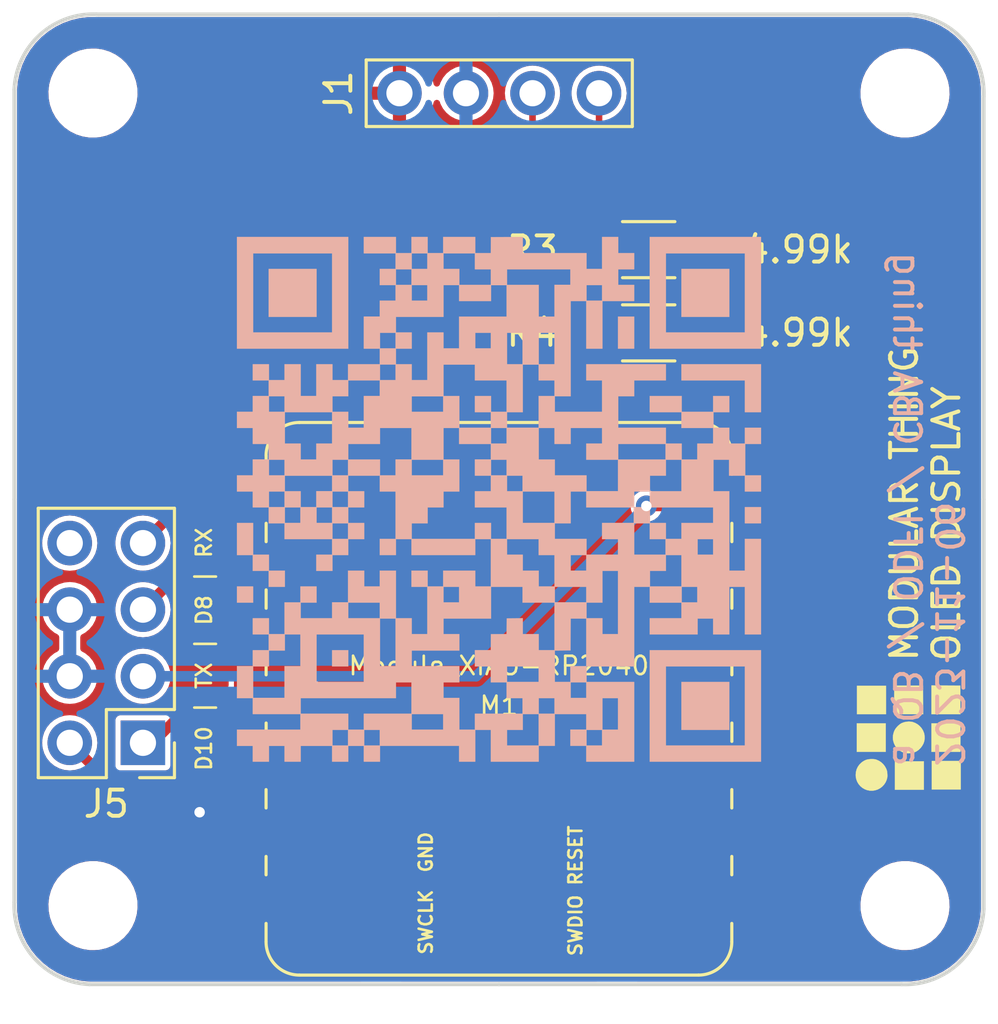
<source format=kicad_pcb>
(kicad_pcb (version 20221018) (generator pcbnew)
  (layers (0 "F.Cu" signal) (31 "B.Cu" signal) (34 "B.Paste" user) (35 "F.Paste" user) (36 "B.SilkS" user "B.Silkscreen") (37 "F.SilkS" user "F.Silkscreen") (38 "B.Mask" user) (39 "F.Mask" user) (44 "Edge.Cuts" user))
  (net 0 "")
  (net 1 "PWR_GND")
  (net 2 "B_P3")
  (net 3 "B_P2")
  (net 11 "PWR_5V")
  (net 12 "PWR_3V3")
  (net 15 "B_TX")
  (net 16 "B_RX")
  (net 18 "SDA")
  (net 19 "SCL")
  (footprint "fab:Mounting_NEMA17" (layer "F.Cu") (at 139.7 63.5)
    (fp_text reference "REF**" hide)
    (fp_text value "Mounting_NEMA17" hide)
    (pad "" np_thru_hole circle locked (at -15.5 -15.5) (size 3.2 3.2) (drill 3.2) (layers "F&B.Cu" "*.Mask"))
    (pad "" np_thru_hole circle locked (at -15.5 15.5) (size 3.2 3.2) (drill 3.2) (layers "F&B.Cu" "*.Mask"))
    (pad "" np_thru_hole circle locked (at 15.5 -15.5) (size 3.2 3.2) (drill 3.2) (layers "F&B.Cu" "*.Mask"))
    (pad "" np_thru_hole circle locked (at 15.5 15.5) (size 3.2 3.2) (drill 3.2) (layers "F&B.Cu" "*.Mask"))
  )
  (footprint "fab:SeeedStudio_XIAO_RP2040_SMD" (layer "F.Cu") (at 139.7 71.12 180)
    (fp_text reference "M1" (at 0 -0.254 unlocked) (layer "F.SilkS") (effects (font (size 0.7 0.7) (thickness 0.1))))
    (fp_text value "Module_XIAO-RP2040" (at 0.005 1.27 unlocked) (layer "F.SilkS") (effects (font (size 0.7 0.7) (thickness 0.1))))
    (fp_text user "SWCLK" (at 2.794 -8.509 90 unlocked) (layer "F.SilkS") (effects (font (size 0.5 0.5) (thickness 0.1) bold)))
    (fp_text user "GND" (at 2.794 -5.842 90 unlocked) (layer "F.SilkS") (effects (font (size 0.5 0.5) (thickness 0.1) bold)))
    (fp_text user "SWDIO" (at -2.921 -8.636 90 unlocked) (layer "F.SilkS") (effects (font (size 0.5 0.5) (thickness 0.1) bold)))
    (fp_text user "RESET" (at -2.921 -5.969 90 unlocked) (layer "F.SilkS") (effects (font (size 0.5 0.5) (thickness 0.1) bold)))
    (fp_line (start -8.89 -0.9144) (end -8.89 -1.6156) (stroke (width 0.12)) (layer "F.SilkS"))
    (fp_line (start -8.89 1.6256) (end -8.89 0.9244) (stroke (width 0.12)) (layer "F.SilkS"))
    (fp_line (start -8.89 4.1656) (end -8.89 3.4644) (stroke (width 0.12)) (layer "F.SilkS"))
    (fp_line (start -8.89 6.7056) (end -8.89 6.0044) (stroke (width 0.12)) (layer "F.SilkS"))
    (fp_line (start -8.89 9.281) (end -8.89 8.5798) (stroke (width 0.12)) (layer "F.SilkS"))
    (fp_line (start -8.8875 -8.5598) (end -8.8875 -9.261) (stroke (width 0.12)) (layer "F.SilkS"))
    (fp_line (start -8.8875 -6.7056) (end -8.8875 -6.0044) (stroke (width 0.12)) (layer "F.SilkS"))
    (fp_line (start -8.8875 -3.4544) (end -8.8875 -4.1556) (stroke (width 0.12)) (layer "F.SilkS"))
    (fp_line (start -7.6175 -10.531) (end 7.6225 -10.531) (stroke (width 0.12)) (layer "F.SilkS"))
    (fp_line (start 7.6225 10.551) (end -7.6175 10.551) (stroke (width 0.12)) (layer "F.SilkS"))
    (fp_line (start 8.89 -0.9144) (end 8.89 -1.6156) (stroke (width 0.12)) (layer "F.SilkS"))
    (fp_line (start 8.89 1.6256) (end 8.89 0.9244) (stroke (width 0.12)) (layer "F.SilkS"))
    (fp_line (start 8.89 4.1656) (end 8.89 3.4644) (stroke (width 0.12)) (layer "F.SilkS"))
    (fp_line (start 8.89 6.7056) (end 8.89 6.0044) (stroke (width 0.12)) (layer "F.SilkS"))
    (fp_line (start 8.89 9.281) (end 8.89 8.5798) (stroke (width 0.12)) (layer "F.SilkS"))
    (fp_line (start 8.8925 -8.5598) (end 8.8925 -9.261) (stroke (width 0.12)) (layer "F.SilkS"))
    (fp_line (start 8.8925 -6.7056) (end 8.8925 -6.0044) (stroke (width 0.12)) (layer "F.SilkS"))
    (fp_line (start 8.8925 -3.4544) (end 8.8925 -4.1556) (stroke (width 0.12)) (layer "F.SilkS"))
    (fp_arc (start -8.8875 -9.261) (mid -8.515526 -10.159026) (end -7.6175 -10.531) (stroke (width 0.12)) (layer "F.SilkS"))
    (fp_arc (start -7.6175 10.551) (mid -8.515526 10.179026) (end -8.8875 9.281) (stroke (width 0.12)) (layer "F.SilkS"))
    (fp_arc (start 7.6225 -10.531) (mid 8.520526 -10.159026) (end 8.8925 -9.261) (stroke (width 0.12)) (layer "F.SilkS"))
    (fp_arc (start 8.8925 9.281) (mid 8.520526 10.179026) (end 7.6225 10.551) (stroke (width 0.12)) (layer "F.SilkS"))
    (pad "1" smd rect (at -7.615 -7.62 180) (size 3 1.6) (drill (offset -1 0)) (layers "F.Cu" "F.Paste" "F.Mask"))
    (pad "2" smd rect (at -7.615 -5.08 180) (size 3 1.6) (drill (offset -1 0)) (layers "F.Cu" "F.Paste" "F.Mask"))
    (pad "3" smd rect (at -7.615 -2.54 180) (size 3 1.6) (drill (offset -1 0)) (layers "F.Cu" "F.Paste" "F.Mask"))
    (pad "4" smd rect (at -7.615 0 180) (size 3 1.6) (drill (offset -1 0)) (layers "F.Cu" "F.Paste" "F.Mask"))
    (pad "5" smd rect (at -7.615 2.54 180) (size 3 1.6) (drill (offset -1 0)) (layers "F.Cu" "F.Paste" "F.Mask") (net 18 "SDA"))
    (pad "6" smd rect (at -7.615 5.08 180) (size 3 1.6) (drill (offset -1 0)) (layers "F.Cu" "F.Paste" "F.Mask") (net 19 "SCL"))
    (pad "7" smd rect (at -7.615 7.62 180) (size 3 1.6) (drill (offset -1 0)) (layers "F.Cu" "F.Paste" "F.Mask") (net 15 "B_TX"))
    (pad "8" smd rect (at 7.62 7.62 180) (size 3 1.6) (drill (offset 1 0)) (layers "F.Cu" "F.Paste" "F.Mask") (net 16 "B_RX"))
    (pad "9" smd rect (at 7.62 5.08 180) (size 3 1.6) (drill (offset 1 0)) (layers "F.Cu" "F.Paste" "F.Mask") (net 3 "B_P2"))
    (pad "10" smd rect (at 7.62 2.54 180) (size 3 1.6) (drill (offset 1 0)) (layers "F.Cu" "F.Paste" "F.Mask"))
    (pad "11" smd rect (at 7.62 0 180) (size 3 1.6) (drill (offset 1 0)) (layers "F.Cu" "F.Paste" "F.Mask") (net 2 "B_P3"))
    (pad "12" smd rect (at 7.62 -2.54 180) (size 3 1.6) (drill (offset 1 0)) (layers "F.Cu" "F.Paste" "F.Mask") (net 12 "PWR_3V3"))
    (pad "13" smd rect (at 7.62 -5.08 180) (size 3 1.6) (drill (offset 1 0)) (layers "F.Cu" "F.Paste" "F.Mask") (net 1 "PWR_GND"))
    (pad "14" smd rect (at 7.62 -7.62 180) (size 3 1.6) (drill (offset 1 0)) (layers "F.Cu" "F.Paste" "F.Mask") (net 11 "PWR_5V"))
    (pad "15" smd rect (at 1.275 8.89 90) (size 2.4 1.2) (layers "F.Cu" "F.Paste" "F.Mask"))
    (pad "16" smd rect (at -1.265 8.89 90) (size 2.4 1.2) (layers "F.Cu" "F.Paste" "F.Mask"))
    (pad "17" smd circle (at -1.27 -8.5 180) (size 1.2 1.2) (layers "F.Cu" "F.Paste" "F.Mask"))
    (pad "18" smd circle (at -1.27 -5.96 180) (size 1.2 1.2) (layers "F.Cu" "F.Paste" "F.Mask"))
    (pad "19" smd circle (at 1.27 -5.96 180) (size 1.2 1.2) (layers "F.Cu" "F.Paste" "F.Mask"))
    (pad "20" smd circle (at 1.27 -8.5 180) (size 1.2 1.2) (layers "F.Cu" "F.Paste" "F.Mask"))
    (zone (net 0) (net_name "") (layers "F.Cu" "F.Paste" "F.Mask" "User.1") (name "USB_MECHA") (connect_pads (clearance 0)) (min_thickness 0.25)
      (keepout (tracks not_allowed) (vias not_allowed) (pads not_allowed) (copperpour not_allowed) (footprints not_allowed))
      (fill (thermal_gap 0.5) (thermal_bridge_width 0.5))
      (polygon (pts (xy 135.9 77.62) (xy 134.5 77.62) (xy 134.5 75.42) (xy 135.9 75.42)))
    )
    (zone (net 0) (net_name "") (layers "F.Cu" "F.Paste" "F.Mask" "User.1") (name "USB_MECHA") (connect_pads (clearance 0)) (min_thickness 0.25)
      (keepout (tracks not_allowed) (vias not_allowed) (pads not_allowed) (copperpour not_allowed) (footprints not_allowed))
      (fill (thermal_gap 0.5) (thermal_bridge_width 0.5))
      (polygon (pts (xy 135.9 81.67) (xy 134.5 81.67) (xy 134.5 79.62) (xy 135.9 79.62)))
    )
    (zone (net 0) (net_name "") (layers "F.Cu" "F.Paste" "F.Mask" "User.1") (name "USB_MECHA") (connect_pads (clearance 0)) (min_thickness 0.25)
      (keepout (tracks not_allowed) (vias not_allowed) (pads not_allowed) (copperpour not_allowed) (footprints not_allowed))
      (fill (thermal_gap 0.5) (thermal_bridge_width 0.5))
      (polygon (pts (xy 144.9 77.62) (xy 143.5 77.62) (xy 143.5 75.42) (xy 144.9 75.42)))
    )
    (zone (net 0) (net_name "") (layers "F.Cu" "F.Paste" "F.Mask" "User.1") (name "USB_MECHA") (connect_pads (clearance 0)) (min_thickness 0.25)
      (keepout (tracks not_allowed) (vias not_allowed) (pads not_allowed) (copperpour not_allowed) (footprints not_allowed))
      (fill (thermal_gap 0.5) (thermal_bridge_width 0.5))
      (polygon (pts (xy 144.9 81.67) (xy 143.5 81.67) (xy 143.5 79.62) (xy 144.9 79.62)))
    )
  )
  (footprint "fab:PinHeader_2x04_P2.54mm_Vertical_pinch" (layer "F.Cu") (at 125.98 72.79 180)
    (fp_text reference "J5" (at 1.27 -2.33) (layer "F.SilkS"))
    (fp_text value "Conn_02x04_Odd_Even" hide)
    (fp_line (start -1.33 -1.33) (end 0 -1.33) (stroke (width 0.12)) (layer "F.SilkS"))
    (fp_line (start -1.33 0) (end -1.33 -1.33) (stroke (width 0.12)) (layer "F.SilkS"))
    (fp_line (start -1.33 1.27) (end -1.33 8.95) (stroke (width 0.12)) (layer "F.SilkS"))
    (fp_line (start -1.33 1.27) (end 1.27 1.27) (stroke (width 0.12)) (layer "F.SilkS"))
    (fp_line (start -1.33 8.95) (end 3.87 8.95) (stroke (width 0.12)) (layer "F.SilkS"))
    (fp_line (start 1.27 -1.33) (end 3.87 -1.33) (stroke (width 0.12)) (layer "F.SilkS"))
    (fp_line (start 1.27 1.27) (end 1.27 -1.33) (stroke (width 0.12)) (layer "F.SilkS"))
    (fp_line (start 3.87 -1.33) (end 3.87 8.95) (stroke (width 0.12)) (layer "F.SilkS"))
    (pad "1" thru_hole rect (at -0.127 0 180) (size 1.7 1.7) (drill 1) (layers "*.Cu" "*.Mask") (net 2 "B_P3"))
    (pad "2" thru_hole oval (at 2.667 0 180) (size 1.7 1.7) (drill 1) (layers "*.Cu" "*.Mask") (net 11 "PWR_5V"))
    (pad "3" thru_hole oval (at -0.127 2.54 180) (size 1.7 1.7) (drill 1) (layers "*.Cu" "*.Mask") (net 15 "B_TX"))
    (pad "4" thru_hole oval (at 2.667 2.54 180) (size 1.7 1.7) (drill 1) (layers "*.Cu" "*.Mask") (net 1 "PWR_GND"))
    (pad "5" thru_hole oval (at -0.127 5.08 180) (size 1.7 1.7) (drill 1) (layers "*.Cu" "*.Mask") (net 3 "B_P2"))
    (pad "6" thru_hole oval (at 2.667 5.08 180) (size 1.7 1.7) (drill 1) (layers "*.Cu" "*.Mask") (net 1 "PWR_GND"))
    (pad "7" thru_hole oval (at -0.127 7.62 180) (size 1.7 1.7) (drill 1) (layers "*.Cu" "*.Mask") (net 16 "B_RX"))
    (pad "8" thru_hole oval (at 2.667 7.62 180) (size 1.7 1.7) (drill 1) (layers "*.Cu" "*.Mask"))
  )
  (footprint "fab:PinHeader_1x04_P2.54mm_Vertical_THT_D1mm" (layer "F.Cu") (at 135.9 48.006 90)
    (fp_text reference "J1" (at 0 -2.33 90) (layer "F.SilkS"))
    (fp_text value "Conn_PinHeader_1x04_P2.54mm_Vertical_THT_D1mm" hide)
    (fp_line (start -1.27 -1.27) (end -1.27 8.89) (stroke (width 0.12)) (layer "F.SilkS"))
    (fp_line (start -1.27 -1.27) (end 1.27 -1.27) (stroke (width 0.12)) (layer "F.SilkS"))
    (fp_line (start -1.27 8.89) (end 1.27 8.89) (stroke (width 0.12)) (layer "F.SilkS"))
    (fp_line (start 1.27 -1.27) (end 1.27 8.89) (stroke (width 0.12)) (layer "F.SilkS"))
    (pad "1" thru_hole oval (at 0 0 90) (size 1.7 1.7) (drill 1) (layers "*.Cu" "*.Mask") (net 12 "PWR_3V3"))
    (pad "2" thru_hole oval (at 0 2.54 90) (size 1.7 1.7) (drill 1) (layers "*.Cu" "*.Mask") (net 1 "PWR_GND"))
    (pad "3" thru_hole oval (at 0 5.08 90) (size 1.7 1.7) (drill 1) (layers "*.Cu" "*.Mask") (net 19 "SCL"))
    (pad "4" thru_hole oval (at 0 7.62 90) (size 1.7 1.7) (drill 1) (layers "*.Cu" "*.Mask") (net 18 "SDA"))
  )
  (footprint "fab:R_1206" (layer "F.Cu") (at 145.415 53.975 180)
    (fp_text reference "R3" (at 4.445 0) (layer "F.SilkS"))
    (fp_text value "4.99k" (at -5.715 0) (layer "F.SilkS"))
    (fp_line (start -1 -1.07) (end 1 -1.07) (stroke (width 0.12)) (layer "F.SilkS"))
    (fp_line (start 1 1.07) (end -1 1.07) (stroke (width 0.12)) (layer "F.SilkS"))
    (pad "1" smd rect (at -2 0 180) (size 2 1.7) (layers "F.Cu" "F.Paste" "F.Mask") (net 12 "PWR_3V3"))
    (pad "2" smd rect (at 2 0 180) (size 2 1.7) (layers "F.Cu" "F.Paste" "F.Mask") (net 19 "SCL"))
  )
  (footprint "fab:cba_logo" (layer "F.Cu") (at 155.235031 72.459436 90)
    (fp_text reference "Ref**" hide)
    (fp_text value "Val**" hide)
    (fp_poly (pts (xy -1.035539 0.683846) (xy -2.119923 0.683846) (xy -2.119923 -0.420077) (xy -1.035539 -0.420077) (xy -1.035539 0.683846)) (stroke (width 0.01)) (fill solid) (layer "F.SilkS"))
    (fp_poly (pts (xy -1.02577 2.090615) (xy -2.110154 2.090615) (xy -2.110154 0.986692) (xy -1.02577 0.986692) (xy -1.02577 2.090615)) (stroke (width 0.01)) (fill solid) (layer "F.SilkS"))
    (fp_poly (pts (xy 0.410307 -0.77177) (xy -0.674077 -0.77177) (xy -0.674077 -1.875693) (xy 0.410307 -1.875693) (xy 0.410307 -0.77177)) (stroke (width 0.01)) (fill solid) (layer "F.SilkS"))
    (fp_poly (pts (xy 0.410307 2.080846) (xy -0.674077 2.080846) (xy -0.674077 0.976923) (xy 0.410307 0.976923) (xy 0.410307 2.080846)) (stroke (width 0.01)) (fill solid) (layer "F.SilkS"))
    (fp_poly (pts (xy 1.846384 -0.762) (xy 0.762 -0.762) (xy 0.762 -1.865923) (xy 1.846384 -1.865923) (xy 1.846384 -0.762)) (stroke (width 0.01)) (fill solid) (layer "F.SilkS"))
    (fp_poly (pts (xy 1.306634 -0.447025) (xy 1.851269 -0.4445) (xy 1.851269 0.649654) (xy 1.306634 0.652178) (xy 0.762 0.654702) (xy 0.762 -0.449549) (xy 1.306634 -0.447025)) (stroke (width 0.01)) (fill solid) (layer "F.SilkS"))
    (fp_poly (pts (xy 1.853793 1.526442) (xy 1.851269 2.075961) (xy 1.306634 2.078486) (xy 0.762 2.08101) (xy 0.762 0.976923) (xy 1.856316 0.976923) (xy 1.853793 1.526442)) (stroke (width 0.01)) (fill solid) (layer "F.SilkS"))
    (fp_poly (pts (xy -0.027594 -0.488456) (xy 0.077413 -0.461512) (xy 0.144669 -0.433755) (xy 0.20451 -0.398305) (xy 0.266002 -0.350078) (xy 0.324369 -0.293761) (xy 0.374838 -0.234044) (xy 0.412635 -0.175615) (xy 0.417742 -0.165561) (xy 0.451366 -0.077559) (xy 0.4721 0.01787) (xy 0.47931 0.115021) (xy 0.472361 0.20819) (xy 0.463891 0.249505) (xy 0.428741 0.349184) (xy 0.376966 0.441105) (xy 0.31063 0.523203) (xy 0.231801 0.593412) (xy 0.142544 0.649666) (xy 0.044923 0.6899) (xy 0.015043 0.698353) (xy -0.035395 0.706964) (xy -0.097099 0.711312) (xy -0.16232 0.711367) (xy -0.223309 0.707101) (xy -0.268654 0.699425) (xy -0.359662 0.667708) (xy -0.447212 0.619718) (xy -0.527704 0.55836) (xy -0.597539 0.486537) (xy -0.653117 0.407155) (xy -0.669595 0.375932) (xy -0.707633 0.275842) (xy -0.727671 0.173482) (xy -0.73034 0.071011) (xy -0.716273 -0.029412) (xy -0.686101 -0.125627) (xy -0.640457 -0.215473) (xy -0.579972 -0.296793) (xy -0.505278 -0.367425) (xy -0.438752 -0.413009) (xy -0.341622 -0.4592) (xy -0.239276 -0.487223) (xy -0.133878 -0.497) (xy -0.027594 -0.488456)) (stroke (width 0.01)) (fill solid) (layer "F.SilkS"))
    (fp_poly (pts (xy -1.443678 -1.907812) (xy -1.340482 -1.880233) (xy -1.245195 -1.835411) (xy -1.159291 -1.774131) (xy -1.084246 -1.697181) (xy -1.047616 -1.647692) (xy -1.006623 -1.578729) (xy -0.97832 -1.511231) (xy -0.961095 -1.439539) (xy -0.953336 -1.357995) (xy -0.9525 -1.313962) (xy -0.953208 -1.257758) (xy -0.955849 -1.214841) (xy -0.961205 -1.178991) (xy -0.970055 -1.143992) (xy -0.976334 -1.123953) (xy -1.016905 -1.030516) (xy -1.073892 -0.944372) (xy -1.144792 -0.867928) (xy -1.227101 -0.803593) (xy -1.318317 -0.753778) (xy -1.387231 -0.728508) (xy -1.426509 -0.719984) (xy -1.477194 -0.713168) (xy -1.532184 -0.7086) (xy -1.58438 -0.70682) (xy -1.62668 -0.708368) (xy -1.636346 -0.709557) (xy -1.74056 -0.73508) (xy -1.83672 -0.777211) (xy -1.923254 -0.834238) (xy -1.99859 -0.904448) (xy -2.061155 -0.986127) (xy -2.109377 -1.077564) (xy -2.141683 -1.177044) (xy -2.156093 -1.275716) (xy -2.153584 -1.382159) (xy -2.133399 -1.483428) (xy -2.097033 -1.577929) (xy -2.045984 -1.664069) (xy -1.981749 -1.740255) (xy -1.905824 -1.804893) (xy -1.819706 -1.85639) (xy -1.724891 -1.893153) (xy -1.622877 -1.913588) (xy -1.553308 -1.917361) (xy -1.443678 -1.907812)) (stroke (width 0.01)) (fill solid) (layer "F.SilkS"))
  )
  (footprint "fab:R_1206" (layer "F.Cu") (at 145.415 57.15 180)
    (fp_text reference "R4" (at 4.445 0) (layer "F.SilkS"))
    (fp_text value "4.99k" (at -5.715 0) (layer "F.SilkS"))
    (fp_line (start -1 -1.07) (end 1 -1.07) (stroke (width 0.12)) (layer "F.SilkS"))
    (fp_line (start 1 1.07) (end -1 1.07) (stroke (width 0.12)) (layer "F.SilkS"))
    (pad "1" smd rect (at -2 0 180) (size 2 1.7) (layers "F.Cu" "F.Paste" "F.Mask") (net 12 "PWR_3V3"))
    (pad "2" smd rect (at 2 0 180) (size 2 1.7) (layers "F.Cu" "F.Paste" "F.Mask") (net 18 "SDA"))
  )
  (footprint "fab:qr_programmer" (layer "B.Cu") (at 139.690231 63.163036 180)
    (fp_text reference "Ref**" hide)
    (fp_text value "Val**" hide)
    (fp_poly (pts (xy -9.398 -1.250461) (xy -10.013462 -1.250461) (xy -10.013462 -0.635) (xy -9.398 -0.635) (xy -9.398 -1.250461)) (stroke (width 0.01)) (fill solid) (layer "B.SilkS"))
    (fp_poly (pts (xy -6.975231 -9.134231) (xy -8.802077 -9.134231) (xy -8.802077 -7.307384) (xy -6.975231 -7.307384) (xy -6.975231 -9.134231)) (stroke (width 0.01)) (fill solid) (layer "B.SilkS"))
    (fp_poly (pts (xy -6.975231 6.623539) (xy -8.802077 6.623539) (xy -8.802077 8.450385) (xy -6.975231 8.450385) (xy -6.975231 6.623539)) (stroke (width 0.01)) (fill solid) (layer "B.SilkS"))
    (fp_poly (pts (xy -4.552462 5.412154) (xy -5.167923 5.412154) (xy -5.167923 6.633308) (xy -4.552462 6.633308) (xy -4.552462 5.412154)) (stroke (width 0.01)) (fill solid) (layer "B.SilkS"))
    (fp_poly (pts (xy 6.359769 -6.711461) (xy 5.744307 -6.711461) (xy 5.744307 -6.096) (xy 6.359769 -6.096) (xy 6.359769 -6.711461)) (stroke (width 0.01)) (fill solid) (layer "B.SilkS"))
    (fp_poly (pts (xy 8.782538 6.623539) (xy 6.955692 6.623539) (xy 6.955692 8.450385) (xy 8.782538 8.450385) (xy 8.782538 6.623539)) (stroke (width 0.01)) (fill solid) (layer "B.SilkS"))
    (fp_poly (pts (xy 9.993923 -4.278923) (xy 9.378461 -4.278923) (xy 9.378461 -3.663461) (xy 9.993923 -3.663461) (xy 9.993923 -4.278923)) (stroke (width 0.01)) (fill solid) (layer "B.SilkS"))
    (fp_poly (pts (xy -6.975231 4.200769) (xy -9.398 4.200769) (xy -9.398 2.989385) (xy -10.013462 2.989385) (xy -10.013462 4.816231) (xy -6.975231 4.816231) (xy -6.975231 4.200769)) (stroke (width 0.01)) (fill solid) (layer "B.SilkS"))
    (fp_poly (pts (xy -5.763846 -10.345615) (xy -10.013462 -10.345615) (xy -10.013462 -6.711461) (xy -9.398 -6.711461) (xy -9.398 -9.730154) (xy -6.379308 -9.730154) (xy -6.379308 -6.711461) (xy -9.398 -6.711461) (xy -10.013462 -6.711461) (xy -10.013462 -6.096) (xy -5.763846 -6.096) (xy -5.763846 -10.345615)) (stroke (width 0.01)) (fill solid) (layer "B.SilkS"))
    (fp_poly (pts (xy -5.763846 5.412154) (xy -10.013462 5.412154) (xy -10.013462 9.046308) (xy -9.398 9.046308) (xy -9.398 6.027616) (xy -6.379308 6.027616) (xy -6.379308 9.046308) (xy -9.398 9.046308) (xy -10.013462 9.046308) (xy -10.013462 9.671539) (xy -5.763846 9.671539) (xy -5.763846 5.412154)) (stroke (width 0.01)) (fill solid) (layer "B.SilkS"))
    (fp_poly (pts (xy 9.993923 5.412154) (xy 5.744307 5.412154) (xy 5.744307 9.046308) (xy 6.359769 9.046308) (xy 6.359769 6.027616) (xy 9.378461 6.027616) (xy 9.378461 9.046308) (xy 6.359769 9.046308) (xy 5.744307 9.046308) (xy 5.744307 9.671539) (xy 9.993923 9.671539) (xy 9.993923 5.412154)) (stroke (width 0.01)) (fill solid) (layer "B.SilkS"))
    (fp_poly (pts (xy 9.993923 -2.461846) (xy 9.388231 -2.461846) (xy 9.388231 -3.067538) (xy 8.782538 -3.067538) (xy 8.782538 -3.673231) (xy 8.167077 -3.673231) (xy 8.167077 -3.057769) (xy 8.772769 -3.057769) (xy 8.772769 -2.452077) (xy 9.378461 -2.452077) (xy 9.378461 -1.240692) (xy 9.993923 -1.240692) (xy 9.993923 -2.461846)) (stroke (width 0.01)) (fill solid) (layer "B.SilkS"))
    (fp_poly (pts (xy -0.310173 9.66917) (xy 0.297961 9.666654) (xy 0.300543 9.361366) (xy 0.303124 9.056077) (xy 0.898769 9.056077) (xy 0.898769 9.671539) (xy 2.119923 9.671539) (xy 2.119923 9.056077) (xy 2.715846 9.056077) (xy 2.715846 9.671539) (xy 3.331307 9.671539) (xy 3.331307 9.056077) (xy 3.927231 9.056077) (xy 3.927231 9.671539) (xy 5.148384 9.671539) (xy 5.148384 9.046308) (xy 3.937 9.046308) (xy 3.937 8.450385) (xy 4.542692 8.450385) (xy 4.542692 7.834923) (xy 3.937 7.834923) (xy 3.937 7.239) (xy 4.542692 7.239) (xy 4.542692 6.633308) (xy 5.148384 6.633308) (xy 5.148384 5.412154) (xy 4.542692 5.412154) (xy 4.542692 4.816231) (xy 5.754077 4.816231) (xy 5.754077 4.210539) (xy 6.35 4.210539) (xy 6.35 4.816231) (xy 6.965461 4.816231) (xy 6.965461 3.604846) (xy 7.561384 3.604846) (xy 7.561384 4.816231) (xy 8.176846 4.816231) (xy 8.176846 4.210539) (xy 8.772769 4.210539) (xy 8.772769 4.816231) (xy 9.388231 4.816231) (xy 9.388231 4.200769) (xy 8.782538 4.200769) (xy 8.782538 3.604846) (xy 9.388231 3.604846) (xy 9.388231 2.999154) (xy 9.993923 2.999154) (xy 9.993923 2.383693) (xy 9.388231 2.383693) (xy 9.388231 1.778) (xy 8.782538 1.778) (xy 8.782538 1.182077) (xy 9.388231 1.182077) (xy 9.388231 0.576385) (xy 9.993923 0.576385) (xy 9.993923 -0.039077) (xy 9.388231 -0.039077) (xy 9.388231 -0.644769) (xy 8.782538 -0.644769) (xy 8.782538 -1.250461) (xy 8.176846 -1.250461) (xy 8.176846 -1.856154) (xy 6.359769 -1.856154) (xy 6.359769 -2.452077) (xy 6.965461 -2.452077) (xy 6.965461 -3.067538) (xy 6.35 -3.067538) (xy 6.35 -2.461846) (xy 5.744307 -2.461846) (xy 5.744307 -1.856154) (xy 5.138615 -1.856154) (xy 5.138615 -1.250461) (xy 5.754077 -1.250461) (xy 5.754077 -1.846384) (xy 6.35 -1.846384) (xy 6.35 -1.250461) (xy 5.754077 -1.250461) (xy 5.138615 -1.250461) (xy 5.138615 -1.240692) (xy 5.744307 -1.240692) (xy 5.744307 -0.644769) (xy 6.359769 -0.644769) (xy 6.359769 -1.240692) (xy 6.955692 -1.240692) (xy 6.955692 -0.644769) (xy 7.571154 -0.644769) (xy 7.571154 -1.240692) (xy 8.167077 -1.240692) (xy 8.167077 -0.644769) (xy 7.571154 -0.644769) (xy 6.955692 -0.644769) (xy 6.359769 -0.644769) (xy 5.744307 -0.644769) (xy 5.138615 -0.644769) (xy 5.138615 -0.039077) (xy 5.754077 -0.039077) (xy 5.754077 -0.635) (xy 6.35 -0.635) (xy 6.35 -0.039077) (xy 5.754077 -0.039077) (xy 5.138615 -0.039077) (xy 5.138615 -0.029307) (xy 5.744307 -0.029307) (xy 5.744307 0.566616) (xy 6.359769 0.566616) (xy 6.359769 -0.029307) (xy 6.965461 -0.029307) (xy 6.965461 -0.635) (xy 7.561384 -0.635) (xy 7.561384 -0.039077) (xy 8.176846 -0.039077) (xy 8.176846 -0.635) (xy 8.772769 -0.635) (xy 8.772769 -0.039077) (xy 8.176846 -0.039077) (xy 7.561384 -0.039077) (xy 7.561384 -0.029307) (xy 8.167077 -0.029307) (xy 8.167077 0.566616) (xy 6.359769 0.566616) (xy 5.744307 0.566616) (xy 4.542692 0.566616) (xy 4.542692 -0.039077) (xy 3.937 -0.039077) (xy 3.937 -1.846384) (xy 4.542692 -1.846384) (xy 4.542692 -2.461846) (xy 3.927231 -2.461846) (xy 3.927231 -1.856154) (xy 3.331307 -1.856154) (xy 3.331307 -2.461846) (xy 0.898769 -2.461846) (xy 0.898769 -1.856154) (xy 0.302846 -1.856154) (xy 0.302846 -3.663461) (xy 0.898769 -3.663461) (xy 0.898769 -3.057769) (xy 2.119923 -3.057769) (xy 2.119923 -3.663461) (xy 2.715846 -3.663461) (xy 2.715846 -3.057769) (xy 3.331307 -3.057769) (xy 3.331307 -3.673231) (xy 2.725615 -3.673231) (xy 2.725615 -5.480538) (xy 3.321538 -5.480538) (xy 3.321538 -4.884615) (xy 3.937 -4.884615) (xy 3.937 -6.701692) (xy 4.532923 -6.701692) (xy 4.532923 -5.490307) (xy 5.148384 -5.490307) (xy 5.148384 -7.307384) (xy 6.955692 -7.307384) (xy 6.955692 -5.490307) (xy 7.571154 -5.490307) (xy 7.571154 -6.701692) (xy 8.176846 -6.701692) (xy 8.176846 -7.913077) (xy 9.378461 -7.913077) (xy 9.378461 -6.711461) (xy 8.772769 -6.711461) (xy 8.772769 -6.105769) (xy 8.167077 -6.105769) (xy 8.167077 -5.490307) (xy 7.571154 -5.490307) (xy 6.955692 -5.490307) (xy 5.148384 -5.490307) (xy 4.532923 -5.490307) (xy 4.532923 -4.884615) (xy 3.937 -4.884615) (xy 3.321538 -4.884615) (xy 3.321538 -4.874846) (xy 3.927231 -4.874846) (xy 3.927231 -4.278923) (xy 4.542692 -4.278923) (xy 4.542692 -4.874846) (xy 5.744307 -4.874846) (xy 5.744307 -4.278923) (xy 4.542692 -4.278923) (xy 3.927231 -4.278923) (xy 3.927231 -3.057769) (xy 4.542692 -3.057769) (xy 4.542692 -3.663461) (xy 5.138615 -3.663461) (xy 5.138615 -3.057769) (xy 5.754077 -3.057769) (xy 5.754077 -4.269154) (xy 6.359769 -4.269154) (xy 6.359769 -4.874846) (xy 7.561384 -4.874846) (xy 7.561384 -4.278923) (xy 6.955692 -4.278923) (xy 6.955692 -3.663461) (xy 7.571154 -3.663461) (xy 7.571154 -4.269154) (xy 8.176846 -4.269154) (xy 8.176846 -5.480538) (xy 8.772769 -5.480538) (xy 8.772769 -4.874846) (xy 9.388231 -4.874846) (xy 9.388231 -5.490307) (xy 8.782538 -5.490307) (xy 8.782538 -6.096) (xy 9.388231 -6.096) (xy 9.388231 -6.701692) (xy 9.993923 -6.701692) (xy 9.993923 -7.922846) (xy 9.388231 -7.922846) (xy 9.388231 -8.528538) (xy 7.571154 -8.528538) (xy 7.571154 -9.124461) (xy 9.993923 -9.124461) (xy 9.993923 -9.739923) (xy 9.388231 -9.739923) (xy 9.388231 -10.345615) (xy 8.772769 -10.345615) (xy 8.772769 -9.739923) (xy 8.176846 -9.739923) (xy 8.176846 -10.345615) (xy 7.561384 -10.345615) (xy 7.561384 -9.739923) (xy 6.359769 -9.739923) (xy 6.359769 -10.345615) (xy 5.744307 -10.345615) (xy 5.744307 -9.739923) (xy 5.148384 -9.739923) (xy 5.148384 -10.345615) (xy 4.532923 -10.345615) (xy 4.532923 -9.739923) (xy 1.514231 -9.739923) (xy 1.514231 -10.345615) (xy 0.898769 -10.345615) (xy 0.898769 -9.134231) (xy 4.542692 -9.134231) (xy 4.542692 -9.730154) (xy 5.138615 -9.730154) (xy 5.138615 -9.134231) (xy 5.754077 -9.134231) (xy 5.754077 -9.730154) (xy 6.35 -9.730154) (xy 6.35 -9.134231) (xy 5.754077 -9.134231) (xy 5.138615 -9.134231) (xy 4.542692 -9.134231) (xy 0.898769 -9.134231) (xy 0.302846 -9.134231) (xy 0.302846 -10.345615) (xy -1.524 -10.345615) (xy -1.524 -9.739923) (xy -2.139462 -9.739923) (xy -2.139462 -8.528538) (xy -1.524 -8.528538) (xy -1.524 -9.730154) (xy -0.312616 -9.730154) (xy -0.312616 -9.134231) (xy -0.918308 -9.134231) (xy -0.918308 -8.528538) (xy -1.524 -8.528538) (xy -2.139462 -8.528538) (xy -3.341077 -8.528538) (xy -3.341077 -9.124461) (xy -2.735385 -9.124461) (xy -2.735385 -9.739923) (xy -3.341077 -9.739923) (xy -3.341077 -10.345615) (xy -5.167923 -10.345615) (xy -5.167923 -9.134231) (xy -3.946769 -9.134231) (xy -3.946769 -9.730154) (xy -3.350846 -9.730154) (xy -3.350846 -9.134231) (xy -3.946769 -9.134231) (xy -5.167923 -9.134231) (xy -5.167923 -7.922846) (xy -4.552462 -7.922846) (xy -4.552462 -9.124461) (xy -3.956539 -9.124461) (xy -3.956539 -7.922846) (xy -2.129693 -7.922846) (xy -2.129693 -8.518769) (xy -1.524 -8.518769) (xy -1.524 -7.922846) (xy -2.129693 -7.922846) (xy -3.956539 -7.922846) (xy -4.552462 -7.922846) (xy -5.167923 -7.922846) (xy -5.167923 -7.317154) (xy -3.341077 -7.317154) (xy -3.341077 -7.913077) (xy -2.745154 -7.913077) (xy -2.745154 -7.317154) (xy -3.341077 -7.317154) (xy -5.167923 -7.317154) (xy -5.167923 -7.307384) (xy -3.350846 -7.307384) (xy -3.350846 -6.711461) (xy -5.167923 -6.711461) (xy -5.167923 -3.673231) (xy -5.763846 -3.673231) (xy -5.763846 -4.278923) (xy -6.975231 -4.278923) (xy -6.975231 -4.874846) (xy -5.763846 -4.874846) (xy -5.763846 -5.490307) (xy -7.590693 -5.490307) (xy -7.590693 -4.884615) (xy -8.186616 -4.884615) (xy -8.186616 -5.490307) (xy -8.802077 -5.490307) (xy -8.802077 -3.673231) (xy -7.580923 -3.673231) (xy -7.580923 -4.269154) (xy -6.985 -4.269154) (xy -6.985 -3.673231) (xy -7.580923 -3.673231) (xy -8.802077 -3.673231) (xy -9.398 -3.673231) (xy -9.398 -5.490307) (xy -10.013462 -5.490307) (xy -10.013462 -1.846384) (xy -9.398 -1.846384) (xy -9.398 -3.057769) (xy -8.802077 -3.057769) (xy -8.802077 -2.461846) (xy -6.975231 -2.461846) (xy -6.975231 -3.663461) (xy -5.773616 -3.663461) (xy -5.773616 -3.067538) (xy -4.552462 -3.067538) (xy -4.552462 -5.480538) (xy -3.956539 -5.480538) (xy -3.956539 -4.884615) (xy -3.341077 -4.884615) (xy -3.341077 -6.701692) (xy -2.735385 -6.701692) (xy -2.735385 -7.307384) (xy -2.139462 -7.307384) (xy -2.139462 -6.711461) (xy -1.524 -6.711461) (xy -1.524 -7.307384) (xy -0.312616 -7.307384) (xy -0.312616 -6.711461) (xy -1.524 -6.711461) (xy -2.139462 -6.711461) (xy -2.139462 -6.106051) (xy -2.439866 -6.103468) (xy -2.740269 -6.100884) (xy -2.742786 -5.49275) (xy -2.745302 -4.884615) (xy -3.341077 -4.884615) (xy -3.956539 -4.884615) (xy -3.956539 -4.874846) (xy -3.350846 -4.874846) (xy -3.350846 -4.278923) (xy -2.129693 -4.278923) (xy -2.129693 -6.096) (xy -1.524 -6.096) (xy -1.524 -5.480538) (xy -0.918308 -5.480538) (xy -0.918308 -4.874568) (xy -0.613019 -4.877149) (xy -0.307731 -4.879731) (xy -0.305148 -5.179993) (xy -0.302564 -5.480256) (xy -0.002302 -5.48284) (xy 0.297961 -5.485423) (xy 0.300543 -5.790711) (xy 0.303124 -6.096) (xy 0.908538 -6.096) (xy 0.908538 -6.711461) (xy 0.302846 -6.711461) (xy 0.302846 -7.317154) (xy -0.302846 -7.317154) (xy -0.302846 -7.922846) (xy -0.908539 -7.922846) (xy -0.908539 -8.518769) (xy 0.908538 -8.518769) (xy 0.908538 -9.124461) (xy 1.504461 -9.124461) (xy 1.504461 -8.528538) (xy 2.119923 -8.528538) (xy 2.119923 -9.124461) (xy 3.321538 -9.124461) (xy 3.321538 -8.528538) (xy 2.119923 -8.528538) (xy 1.504461 -8.528538) (xy 1.504461 -7.913077) (xy 2.110154 -7.913077) (xy 2.110154 -7.317154) (xy 3.331307 -7.317154) (xy 3.331307 -8.518769) (xy 5.148384 -8.518769) (xy 5.148384 -9.124461) (xy 5.744307 -9.124461) (xy 5.744307 -8.518769) (xy 7.561384 -8.518769) (xy 7.561384 -7.922846) (xy 3.927231 -7.922846) (xy 3.927231 -7.317154) (xy 3.331307 -7.317154) (xy 2.110154 -7.317154) (xy 1.504461 -7.317154) (xy 1.504461 -6.701692) (xy 3.321538 -6.701692) (xy 3.321538 -6.105769) (xy 1.504461 -6.105769) (xy 1.504461 -5.480538) (xy 2.110154 -5.480538) (xy 2.110154 -4.884615) (xy 0.293077 -4.884615) (xy 0.293077 -3.673231) (xy 1.514231 -3.673231) (xy 1.514231 -4.269154) (xy 2.110154 -4.269154) (xy 2.110154 -3.673231) (xy 1.514231 -3.673231) (xy 0.293077 -3.673231) (xy -0.908539 -3.673231) (xy -0.908539 -4.278923) (xy -2.129693 -4.278923) (xy -3.350846 -4.278923) (xy -3.956539 -4.278923) (xy -3.956539 -3.673231) (xy -3.341077 -3.673231) (xy -3.341077 -4.269154) (xy -2.139462 -4.269154) (xy -2.139462 -3.673231) (xy -3.341077 -3.673231) (xy -3.956539 -3.673231) (xy -3.956539 -3.067538) (xy -4.552462 -3.067538) (xy -5.773616 -3.067538) (xy -6.379308 -3.067538) (xy -6.379308 -2.461846) (xy -3.341077 -2.461846) (xy -3.341077 -3.057769) (xy -2.745154 -3.057769) (xy -2.745154 -2.461846) (xy -2.129693 -2.461846) (xy -2.129693 -3.663461) (xy -1.524 -3.663461) (xy -1.524 -3.057769) (xy -0.918308 -3.057769) (xy -0.918308 -2.452077) (xy -0.312616 -2.452077) (xy -0.312616 -1.856154) (xy -1.524 -1.856154) (xy -1.524 -2.461846) (xy -2.129693 -2.461846) (xy -2.745154 -2.461846) (xy -3.341077 -2.461846) (xy -6.379308 -2.461846) (xy -6.975231 -2.461846) (xy -8.802077 -2.461846) (xy -8.802077 -1.856154) (xy -8.186616 -1.856154) (xy -8.186616 -2.452077) (xy -7.590693 -2.452077) (xy -7.590693 -1.856154) (xy -6.369539 -1.856154) (xy -6.369539 -2.452077) (xy -5.167923 -2.452077) (xy -5.167923 -1.250461) (xy -5.763846 -1.250461) (xy -5.763846 -1.856154) (xy -6.369539 -1.856154) (xy -7.590693 -1.856154) (xy -8.186616 -1.856154) (xy -8.802077 -1.856154) (xy -8.802077 -0.644769) (xy -8.186616 -0.644769) (xy -8.186616 -1.240692) (xy -6.975231 -1.240692) (xy -6.975231 -1.846384) (xy -6.379308 -1.846384) (xy -6.379308 -1.240692) (xy -5.773616 -1.240692) (xy -5.773616 -0.644769) (xy -5.158154 -0.644769) (xy -5.158154 -1.240692) (xy -3.946769 -1.240692) (xy -3.946769 -1.856154) (xy -4.552462 -1.856154) (xy -4.552462 -2.452077) (xy -3.350846 -2.452077) (xy -3.350846 -1.846384) (xy -2.139462 -1.846384) (xy -2.139462 -1.250461) (xy -2.745154 -1.250461) (xy -2.745154 -0.039077) (xy -2.129693 -0.039077) (xy -2.129693 -1.240692) (xy -0.918308 -1.240692) (xy -0.918308 -0.644769) (xy -0.302846 -0.644769) (xy -0.302846 -1.846384) (xy 0.293077 -1.846384) (xy 0.293077 -1.240692) (xy 0.908538 -1.240692) (xy 0.908538 -1.846384) (xy 3.321538 -1.846384) (xy 3.321538 -1.250461) (xy 2.715846 -1.250461) (xy 2.715846 -0.644769) (xy 2.110154 -0.644769) (xy 2.110154 -0.039077) (xy 1.504461 -0.039077) (xy 1.504461 1.172308) (xy 2.119923 1.172308) (xy 2.119923 0.576385) (xy 3.321538 0.576385) (xy 3.321538 1.172308) (xy 2.119923 1.172308) (xy 1.504461 1.172308) (xy 1.504461 1.182077) (xy 2.110154 1.182077) (xy 2.110154 2.383693) (xy 3.331307 2.383693) (xy 3.331307 1.182077) (xy 3.937 1.182077) (xy 3.937 0.576385) (xy 4.532923 0.576385) (xy 4.532923 1.172308) (xy 5.754077 1.172308) (xy 5.754077 0.576385) (xy 6.35 0.576385) (xy 6.35 1.172308) (xy 8.176846 1.172308) (xy 8.176846 0.576385) (xy 8.772769 0.576385) (xy 8.772769 1.172308) (xy 8.176846 1.172308) (xy 6.35 1.172308) (xy 5.754077 1.172308) (xy 4.532923 1.172308) (xy 4.532923 1.182077) (xy 5.744307 1.182077) (xy 5.744307 1.778) (xy 4.532923 1.778) (xy 4.532923 2.383693) (xy 3.331307 2.383693) (xy 2.110154 2.383693) (xy 1.514231 2.383693) (xy 1.514231 1.778) (xy 0.302846 1.778) (xy 0.302846 1.182077) (xy 0.908538 1.182077) (xy 0.908538 0.566616) (xy 0.302846 0.566616) (xy 0.302846 -0.029307) (xy 0.908538 -0.029307) (xy 0.908538 -0.644769) (xy -0.302846 -0.644769) (xy -0.918308 -0.644769) (xy -0.918308 -0.039077) (xy -2.129693 -0.039077) (xy -2.745154 -0.039077) (xy -3.341077 -0.039077) (xy -3.341077 -0.644769) (xy -5.158154 -0.644769) (xy -5.773616 -0.644769) (xy -8.186616 -0.644769) (xy -8.802077 -0.644769) (xy -8.802077 -0.039077) (xy -5.763846 -0.039077) (xy -5.763846 -0.635) (xy -5.167923 -0.635) (xy -5.167923 -0.039077) (xy -5.763846 -0.039077) (xy -8.802077 -0.039077) (xy -8.802077 -0.029307) (xy -8.196385 -0.029307) (xy -8.196385 1.172308) (xy -6.975231 1.172308) (xy -6.975231 -0.029307) (xy -5.773616 -0.029307) (xy -5.773616 0.566616) (xy -6.379308 0.566616) (xy -6.379308 1.172308) (xy -4.552462 1.172308) (xy -4.552462 -0.029307) (xy -3.350846 -0.029307) (xy -3.350846 0.566616) (xy -0.908539 0.566616) (xy -0.908539 -0.029307) (xy -0.312616 -0.029307) (xy -0.312616 0.566616) (xy -0.908539 0.566616) (xy -3.350846 0.566616) (xy -3.350846 0.576385) (xy -2.139462 0.576385) (xy -2.139462 1.172308) (xy -0.302846 1.172308) (xy -0.302846 0.576385) (xy 0.293077 0.576385) (xy 0.293077 1.172308) (xy -0.302846 1.172308) (xy -2.139462 1.172308) (xy -2.139462 1.182077) (xy -1.524 1.182077) (xy -1.524 2.383693) (xy -0.302846 2.383693) (xy -0.302846 1.787769) (xy 0.293077 1.787769) (xy 0.293077 2.383693) (xy -0.302846 2.383693) (xy -1.524 2.383693) (xy -2.129693 2.383693) (xy -2.129693 1.778) (xy -2.745154 1.778) (xy -2.745154 2.383693) (xy -3.946769 2.383693) (xy -3.946769 1.787769) (xy -3.341077 1.787769) (xy -3.341077 1.172308) (xy -4.552462 1.172308) (xy -6.379308 1.172308) (xy -6.975231 1.172308) (xy -8.196385 1.172308) (xy -8.792308 1.172308) (xy -8.792308 0.566616) (xy -9.398 0.566616) (xy -9.398 -0.039077) (xy -10.013462 -0.039077) (xy -10.013462 0.576385) (xy -9.407769 0.576385) (xy -9.407769 1.778) (xy -10.013462 1.778) (xy -10.013462 2.393462) (xy -9.398 2.393462) (xy -9.398 1.787769) (xy -8.802077 1.787769) (xy -8.802077 2.393462) (xy -8.196385 2.393462) (xy -8.196385 2.989385) (xy -8.802077 2.989385) (xy -8.802077 3.604846) (xy -8.186616 3.604846) (xy -8.186616 2.999154) (xy -6.985 2.999154) (xy -6.985 3.604846) (xy -5.763846 3.604846) (xy -5.763846 2.989385) (xy -6.975231 2.989385) (xy -6.975231 2.383693) (xy -8.186616 2.383693) (xy -8.186616 1.787769) (xy -7.580923 1.787769) (xy -7.580923 1.182077) (xy -6.985 1.182077) (xy -6.985 1.778) (xy -6.369539 1.778) (xy -6.369539 1.182077) (xy -4.562231 1.182077) (xy -4.562231 1.778) (xy -6.369539 1.778) (xy -6.985 1.778) (xy -6.985 1.787769) (xy -6.379308 1.787769) (xy -6.379308 2.393462) (xy -4.562231 2.393462) (xy -4.562231 3.595077) (xy -5.167923 3.595077) (xy -5.167923 4.200769) (xy -6.379308 4.200769) (xy -6.379308 4.816231) (xy -3.341077 4.816231) (xy -3.341077 4.200769) (xy -3.946769 4.200769) (xy -3.946769 2.999154) (xy -2.139462 2.999154) (xy -2.139462 3.595077) (xy -2.745154 3.595077) (xy -2.745154 4.200769) (xy -2.129693 4.200769) (xy -2.129693 3.604846) (xy -1.524 3.604846) (xy -1.524 2.393462) (xy -0.312616 2.393462) (xy -0.312616 2.989385) (xy -0.918308 2.989385) (xy -0.918308 4.200769) (xy -0.302846 4.200769) (xy -0.302846 2.999154) (xy 0.293077 2.999154) (xy 0.293077 3.604846) (xy 0.908538 3.604846) (xy 0.908538 2.989385) (xy 0.302846 2.989385) (xy 0.302846 2.393462) (xy 1.504461 2.393462) (xy 1.504461 3.595077) (xy 2.119923 3.595077) (xy 2.119923 2.999154) (xy 3.321538 2.999154) (xy 3.321538 3.595077) (xy 2.119923 3.595077) (xy 1.504461 3.595077) (xy 1.504461 3.604846) (xy 2.110154 3.604846) (xy 2.110154 4.200769) (xy 4.542692 4.200769) (xy 4.542692 3.604846) (xy 5.148384 3.604846) (xy 5.148384 2.393462) (xy 5.744307 2.393462) (xy 5.744307 2.989385) (xy 6.359769 2.989385) (xy 6.359769 1.787769) (xy 6.965461 1.787769) (xy 6.965461 1.182077) (xy 7.561384 1.182077) (xy 7.561384 1.787769) (xy 8.167077 1.787769) (xy 8.167077 2.989385) (xy 6.359769 2.989385) (xy 5.744307 2.989385) (xy 5.744307 2.999154) (xy 6.35 2.999154) (xy 6.35 3.595077) (xy 8.176846 3.595077) (xy 8.176846 2.999154) (xy 8.772769 2.999154) (xy 8.772769 3.595077) (xy 8.176846 3.595077) (xy 6.35 3.595077) (xy 5.744307 3.595077) (xy 5.744307 4.200769) (xy 4.542692 4.200769) (xy 2.110154 4.200769) (xy 2.110154 4.806462) (xy 0.908538 4.806462) (xy 0.908538 4.200769) (xy -0.302846 4.200769) (xy -0.918308 4.200769) (xy -0.918308 4.806462) (xy -1.524 4.806462) (xy -1.524 4.200769) (xy -2.129693 4.200769) (xy -2.745154 4.200769) (xy -2.745154 6.017846) (xy -2.129693 6.017846) (xy -2.129693 4.816231) (xy -1.524 4.816231) (xy -1.524 6.017846) (xy -0.908539 6.017846) (xy -0.908539 4.816231) (xy -0.312616 4.816231) (xy -0.312616 6.017846) (xy 0.302846 6.017846) (xy 0.302846 5.421923) (xy 0.898769 5.421923) (xy 0.898769 6.017846) (xy 0.302846 6.017846) (xy -0.312616 6.017846) (xy -0.908539 6.017846) (xy -1.524 6.017846) (xy -2.129693 6.017846) (xy -2.745154 6.017846) (xy -2.745154 7.229231) (xy -3.341077 7.229231) (xy -3.341077 5.412154) (xy -3.956539 5.412154) (xy -3.956539 7.229231) (xy -5.167923 7.229231) (xy -5.167923 7.834923) (xy -3.946769 7.834923) (xy -3.946769 7.239) (xy -3.350846 7.239) (xy -3.350846 7.834923) (xy -3.946769 7.834923) (xy -5.167923 7.834923) (xy -5.167923 7.844693) (xy -4.562231 7.844693) (xy -4.562231 8.440616) (xy -2.735385 8.440616) (xy -2.735385 7.844693) (xy -2.129693 7.844693) (xy -2.129693 6.633308) (xy -1.524 6.633308) (xy -1.524 7.834923) (xy -0.302846 7.834923) (xy -0.302846 6.633308) (xy 1.514231 6.633308) (xy 1.514231 5.421923) (xy 2.110154 5.421923) (xy 2.110154 6.027616) (xy 2.725615 6.027616) (xy 2.725615 4.210539) (xy 3.321538 4.210539) (xy 3.321538 4.806462) (xy 3.937 4.806462) (xy 3.937 4.210539) (xy 4.532923 4.210539) (xy 4.532923 4.806462) (xy 3.937 4.806462) (xy 3.321538 4.806462) (xy 3.321538 4.816231) (xy 3.927231 4.816231) (xy 3.927231 5.412154) (xy 3.321538 5.412154) (xy 3.321538 6.017846) (xy 3.937 6.017846) (xy 3.937 5.421923) (xy 4.532923 5.421923) (xy 4.532923 6.017846) (xy 3.937 6.017846) (xy 3.321538 6.017846) (xy 3.321538 6.027616) (xy 3.927231 6.027616) (xy 3.927231 6.623539) (xy 2.110154 6.623539) (xy 2.110154 7.834923) (xy 2.725615 7.834923) (xy 2.725615 7.239) (xy 3.321538 7.239) (xy 3.321538 7.834923) (xy 2.725615 7.834923) (xy 2.110154 7.834923) (xy 1.514231 7.834923) (xy 1.514231 7.229231) (xy 0.293077 7.229231) (xy 0.293077 7.834923) (xy -0.302846 7.834923) (xy -1.524 7.834923) (xy -1.524 7.844693) (xy -0.312616 7.844693) (xy -0.312616 8.440616) (xy 0.302846 8.440616) (xy 0.302846 7.844693) (xy 1.504461 7.844693) (xy 1.504461 8.440616) (xy 3.331307 8.440616) (xy 3.331307 7.844693) (xy 3.927231 7.844693) (xy 3.927231 8.440616) (xy 3.331307 8.440616) (xy 1.504461 8.440616) (xy 1.504461 8.450385) (xy 2.110154 8.450385) (xy 2.110154 9.046308) (xy 2.725615 9.046308) (xy 2.725615 8.450385) (xy 3.321538 8.450385) (xy 3.321538 9.046308) (xy 2.725615 9.046308) (xy 2.110154 9.046308) (xy 0.908538 9.046308) (xy 0.908538 8.440616) (xy 0.302846 8.440616) (xy -0.312616 8.440616) (xy -2.735385 8.440616) (xy -4.562231 8.440616) (xy -5.167923 8.440616) (xy -5.167923 9.056077) (xy -4.562231 9.056077) (xy -4.562231 9.671539) (xy -3.946769 9.671539) (xy -3.946769 8.450385) (xy -3.350846 8.450385) (xy -3.350846 9.056077) (xy -0.918308 9.056077) (xy -0.918308 9.671687) (xy -0.310173 9.66917)) (stroke (width 0.01)) (fill solid) (layer "B.SilkS"))
  )
  (gr_line (start 155.329999 45) (end 139.7 45) (stroke (width 0.15)) (layer "Edge.Cuts"))
  (gr_line (start 121.2 63.5) (end 121.2 78.869999) (stroke (width 0.15)) (layer "Edge.Cuts"))
  (gr_line (start 139.7 45) (end 124.330001 45) (stroke (width 0.15)) (layer "Edge.Cuts"))
  (gr_arc (start 121.2 47.870001) (mid 122.170603 45.786756) (end 124.330001 45) (stroke (width 0.15)) (layer "Edge.Cuts"))
  (gr_line (start 158.2 63.5) (end 158.2 48.130001) (stroke (width 0.15)) (layer "Edge.Cuts"))
  (gr_line (start 124.070001 82) (end 139.7 82) (stroke (width 0.15)) (layer "Edge.Cuts"))
  (gr_line (start 158.2 79.129999) (end 158.2 63.5) (stroke (width 0.15)) (layer "Edge.Cuts"))
  (gr_arc (start 124.070001 82) (mid 121.986756 81.029396) (end 121.2 78.869999) (stroke (width 0.15)) (layer "Edge.Cuts"))
  (gr_line (start 121.2 47.870001) (end 121.2 63.5) (stroke (width 0.15)) (layer "Edge.Cuts"))
  (gr_arc (start 155.329999 45) (mid 157.413244 45.970604) (end 158.2 48.130001) (stroke (width 0.15)) (layer "Edge.Cuts"))
  (gr_arc (start 158.2 79.129999) (mid 157.229396 81.213244) (end 155.069999 82) (stroke (width 0.15)) (layer "Edge.Cuts"))
  (gr_line (start 139.7 82) (end 155.069999 82) (stroke (width 0.15)) (layer "Edge.Cuts"))
  (gr_text "2023-11-06\na QB / ODFI / CBA thing" (at 154.686 73.787 270) (layer "B.SilkS") (effects (font (size 1 1)) (justify left bottom mirror)))
  (gr_text "MODULAR THING\nOLED DISPLAY" (at 157.368631 69.767036 90) (layer "F.SilkS") (effects (font (size 1 1)) (justify left bottom)))
  (gr_text "D10 | TX | D8 | RX" (at 128.778 73.914 90) (layer "F.SilkS") (effects (font (size 0.58 0.58) (thickness 0.1)) (justify left bottom)))
  (segment (start 129.032 76.2) (end 128.27 75.438) (width 0.4) (layer "F.Cu") (net 1))
  (segment (start 132.08 76.2) (end 129.032 76.2) (width 0.4) (layer "F.Cu") (net 1))
  (segment (start 123.313 70.25) (end 123.313 67.71) (width 0.4) (layer "F.Cu") (net 1))
  (via (at 128.27 75.438) (size 0.8) (drill 0.4) (layers "F.Cu" "B.Cu") (net 1))
  (segment (start 126.473 72.79) (end 126.107 72.79) (width 0.4) (layer "F.Cu") (net 2))
  (segment (start 128.143 71.12) (end 126.473 72.79) (width 0.4) (layer "F.Cu") (net 2))
  (segment (start 132.08 71.12) (end 128.143 71.12) (width 0.4) (layer "F.Cu") (net 2))
  (segment (start 127.777 66.04) (end 132.08 66.04) (width 0.4) (layer "F.Cu") (net 3))
  (segment (start 126.107 67.71) (end 127.777 66.04) (width 0.4) (layer "F.Cu") (net 3))
  (segment (start 123.313 72.79) (end 129.263 78.74) (width 0.4) (layer "F.Cu") (net 11))
  (segment (start 129.263 78.74) (end 132.08 78.74) (width 0.4) (layer "F.Cu") (net 11))
  (segment (start 147.315 63.5) (end 147.061 63.754) (width 0.4) (layer "F.Cu") (net 15))
  (segment (start 147.061 63.754) (end 145.3255 63.754) (width 0.4) (layer "F.Cu") (net 15))
  (via (at 145.3255 63.754) (size 0.8) (drill 0.4) (layers "F.Cu" "B.Cu") (net 15))
  (segment (start 138.8295 70.25) (end 145.3255 63.754) (width 0.4) (layer "B.Cu") (net 15))
  (segment (start 126.107 70.25) (end 138.8295 70.25) (width 0.4) (layer "B.Cu") (net 15))
  (segment (start 127.777 63.5) (end 132.08 63.5) (width 0.4) (layer "F.Cu") (net 16))
  (segment (start 126.107 65.17) (end 127.777 63.5) (width 0.4) (layer "F.Cu") (net 16))
  (segment (start 151.13 61.9125) (end 151.13 67.183) (width 0.25) (layer "F.Cu") (net 18))
  (segment (start 143.415 57.15) (end 142.875 57.69) (width 0.25) (layer "F.Cu") (net 18))
  (segment (start 151.13 67.183) (end 149.733 68.58) (width 0.25) (layer "F.Cu") (net 18))
  (segment (start 142.875 58.42) (end 144.145 59.69) (width 0.25) (layer "F.Cu") (net 18))
  (segment (start 143.415 57.15) (end 145.034 55.531) (width 0.25) (layer "F.Cu") (net 18))
  (segment (start 143.52 51.1275) (end 143.52 48.006) (width 0.25) (layer "F.Cu") (net 18))
  (segment (start 149.733 68.58) (end 147.315 68.58) (width 0.25) (layer "F.Cu") (net 18))
  (segment (start 145.034 52.6415) (end 143.52 51.1275) (width 0.25) (layer "F.Cu") (net 18))
  (segment (start 145.034 55.531) (end 145.034 52.6415) (width 0.25) (layer "F.Cu") (net 18))
  (segment (start 148.9075 59.69) (end 151.13 61.9125) (width 0.25) (layer "F.Cu") (net 18))
  (segment (start 142.875 57.69) (end 142.875 58.42) (width 0.25) (layer "F.Cu") (net 18))
  (segment (start 144.145 59.69) (end 148.9075 59.69) (width 0.25) (layer "F.Cu") (net 18))
  (segment (start 144.145 52.705) (end 140.97 49.53) (width 0.25) (layer "F.Cu") (net 19))
  (segment (start 143.51 60.325) (end 141.605 58.42) (width 0.25) (layer "F.Cu") (net 19))
  (segment (start 144.145 53.245) (end 144.145 52.705) (width 0.25) (layer "F.Cu") (net 19))
  (segment (start 149.86 66.04) (end 150.495 65.405) (width 0.25) (layer "F.Cu") (net 19))
  (segment (start 147.315 66.04) (end 149.86 66.04) (width 0.25) (layer "F.Cu") (net 19))
  (segment (start 148.59 60.325) (end 143.51 60.325) (width 0.25) (layer "F.Cu") (net 19))
  (segment (start 150.495 62.23) (end 148.59 60.325) (width 0.25) (layer "F.Cu") (net 19))
  (segment (start 141.605 55.88) (end 143.415 54.07) (width 0.25) (layer "F.Cu") (net 19))
  (segment (start 150.495 65.405) (end 150.495 62.23) (width 0.25) (layer "F.Cu") (net 19))
  (segment (start 143.415 53.975) (end 144.145 53.245) (width 0.25) (layer "F.Cu") (net 19))
  (segment (start 141.605 58.42) (end 141.605 55.88) (width 0.25) (layer "F.Cu") (net 19))
  (segment (start 140.97 49.53) (end 140.98 49.52) (width 0.25) (layer "F.Cu") (net 19))
  (segment (start 143.415 54.07) (end 143.415 53.975) (width 0.25) (layer "F.Cu") (net 19))
  (segment (start 140.98 49.52) (end 140.98 48.006) (width 0.25) (layer "F.Cu") (net 19))
  (zone (net 12) (net_name "PWR_3V3") (layer "F.Cu") (connect_pads (clearance 0.15)) (min_thickness 0.25) (fill yes (thermal_gap 0.5) (thermal_bridge_width 0.5))
    (polygon (pts (xy 120.65 44.45) (xy 158.75 44.45) (xy 158.75 82.55) (xy 120.65 82.55)))
  )
  (zone (net 1) (net_name "PWR_GND") (layer "B.Cu") (connect_pads (clearance 0.15)) (min_thickness 0.25) (fill yes (thermal_gap 0.5) (thermal_bridge_width 0.5))
    (polygon (pts (xy 120.65 44.45) (xy 158.75 44.45) (xy 158.75 82.55) (xy 120.65 82.55)))
  )
)
</source>
